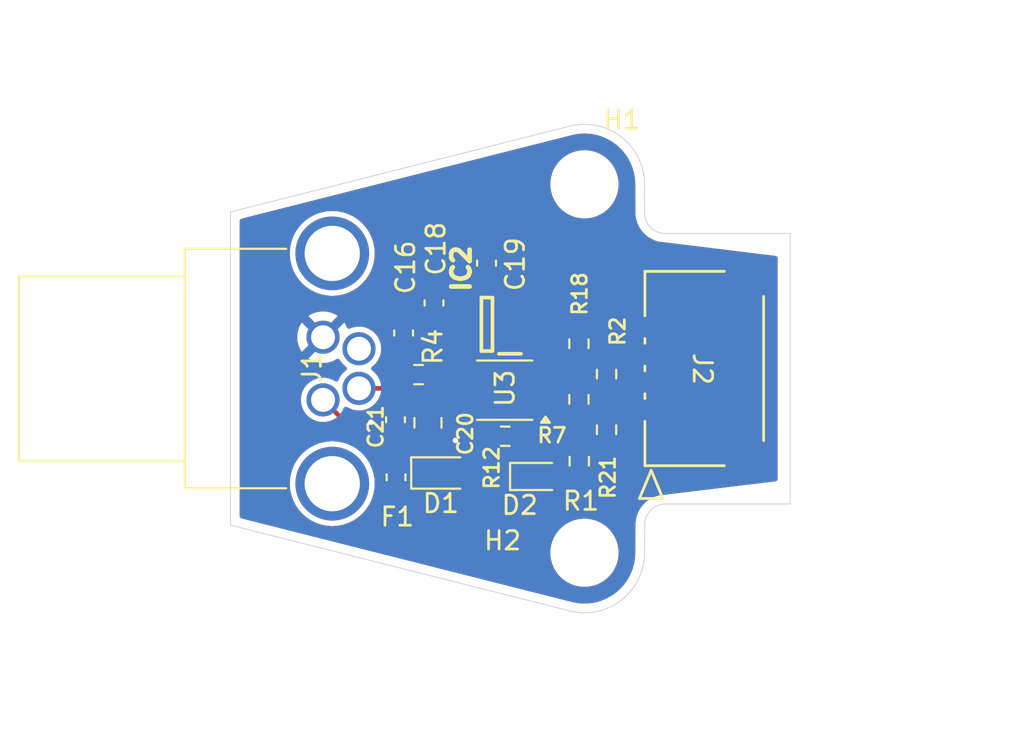
<source format=kicad_pcb>
(kicad_pcb (version 20240108) (generator "pcbnew") (generator_version "8.0")
  (layers (0 "F.Cu" signal) (31 "B.Cu" signal) (34 "B.Paste" user) (35 "F.Paste" user) (36 "B.SilkS" user "B.Silkscreen") (37 "F.SilkS" user "F.Silkscreen") (38 "B.Mask" user) (39 "F.Mask" user) (44 "Edge.Cuts" user))
  (net 0 "")
  (net 1 "+5V")
  (net 2 "GND")
  (net 3 "/Strain_out_f")
  (net 4 "/V_{x}")
  (net 5 "Net-(D2-A)")
  (net 6 "/V_{out,x}")
  (net 7 "/V_{ref}")
  (net 9 "Net-(R12-Pad1)")
  (net 10 "Net-(R12-Pad2)")
  (net 11 "/Strain_in_b")
  (net 12 "/Strain_out_b")
  (net 13 "/Strain_in_f")
  (net 14 "Net-(J1-Pin_1)")
  (footprint "Resistor_SMD:R_0603_1608Metric" (layer "F.Cu") (at 126 60.33 180)
    (property "Reference" "R4" (at -0.78 1.51 90) (layer "F.SilkS"))
    (property "Value" "5,6k")
    (fp_line (start -0.237258 0.5225) (end 0.237258 0.5225) (stroke (width 0.12)) (layer "F.SilkS"))
    (fp_line (start -0.237258 -0.5225) (end 0.237258 -0.5225) (stroke (width 0.12)) (layer "F.SilkS"))
    (pad "1" smd roundrect (at -0.825 0 180) (size 0.8 0.95) (layers "F.Cu" "F.Paste" "F.Mask") (net 6 "/V_{out,x}"))
    (pad "2" smd roundrect (at 0.825 0 180) (size 0.8 0.95) (layers "F.Cu" "F.Paste" "F.Mask") (net 4 "/V_{x}"))
  )
  (footprint "Resistor_SMD:R_0603_1608Metric" (layer "F.Cu") (at 134.7 58.65 90)
    (property "Reference" "R18" (at 2.7 0.04 90) (layer "F.SilkS") (effects (font (size 0.8 0.8))))
    (property "Value" "330")
    (fp_line (start -0.237258 -0.5225) (end 0.237258 -0.5225) (stroke (width 0.12)) (layer "F.SilkS"))
    (fp_line (start -0.237258 0.5225) (end 0.237258 0.5225) (stroke (width 0.12)) (layer "F.SilkS"))
    (pad "1" smd roundrect (at -0.825 0 90) (size 0.8 0.95) (layers "F.Cu" "F.Paste" "F.Mask") (net 12 "/Strain_out_b"))
    (pad "2" smd roundrect (at 0.825 0 90) (size 0.8 0.95) (layers "F.Cu" "F.Paste" "F.Mask") (net 2 "GND"))
  )
  (footprint "Resistor_SMD:R_0603_1608Metric" (layer "F.Cu") (at 134.72 65.03 -90)
    (property "Reference" "R1" (at 2.16 -0.09 180) (layer "F.SilkS"))
    (property "Value" "1k")
    (fp_line (start -0.237258 0.5225) (end 0.237258 0.5225) (stroke (width 0.12)) (layer "F.SilkS"))
    (fp_line (start -0.237258 -0.5225) (end 0.237258 -0.5225) (stroke (width 0.12)) (layer "F.SilkS"))
    (pad "1" smd roundrect (at -0.825 0 270) (size 0.8 0.95) (layers "F.Cu" "F.Paste" "F.Mask") (net 1 "+5V"))
    (pad "2" smd roundrect (at 0.825 0 270) (size 0.8 0.95) (layers "F.Cu" "F.Paste" "F.Mask") (net 5 "Net-(D2-A)"))
  )
  (footprint "Resistor_SMD:R_0603_1608Metric" (layer "F.Cu") (at 134.7 61.675 90)
    (property "Reference" "R7" (at -1.955 -1.46 180) (layer "F.SilkS") (effects (font (size 0.8 0.8))))
    (property "Value" "120")
    (fp_line (start -0.237258 -0.5225) (end 0.237258 -0.5225) (stroke (width 0.12)) (layer "F.SilkS"))
    (fp_line (start -0.237258 0.5225) (end 0.237258 0.5225) (stroke (width 0.12)) (layer "F.SilkS"))
    (pad "1" smd roundrect (at -0.825 0 90) (size 0.8 0.95) (layers "F.Cu" "F.Paste" "F.Mask") (net 13 "/Strain_in_f"))
    (pad "2" smd roundrect (at 0.825 0 90) (size 0.8 0.95) (layers "F.Cu" "F.Paste" "F.Mask") (net 11 "/Strain_in_b"))
  )
  (footprint "Capacitor_SMD:C_0603_1608Metric" (layer "F.Cu") (at 125.19 58.07 90)
    (property "Reference" "C16" (at 3.56 0.1 90) (layer "F.SilkS"))
    (property "Value" "1u")
    (fp_line (start -0.14058 -0.51) (end 0.14058 -0.51) (stroke (width 0.12)) (layer "F.SilkS"))
    (fp_line (start -0.14058 0.51) (end 0.14058 0.51) (stroke (width 0.12)) (layer "F.SilkS"))
    (pad "1" smd roundrect (at -0.775 0 90) (size 0.9 0.95) (layers "F.Cu" "F.Paste" "F.Mask") (net 4 "/V_{x}"))
    (pad "2" smd roundrect (at 0.775 0 90) (size 0.9 0.95) (layers "F.Cu" "F.Paste" "F.Mask") (net 2 "GND"))
  )
  (footprint "Resistor_SMD:R_0603_1608Metric" (layer "F.Cu") (at 136.2 63.325 90)
    (property "Reference" "R21" (at -2.585 0.07 90) (layer "F.SilkS") (effects (font (size 0.8 0.8))))
    (property "Value" "330")
    (fp_line (start -0.237258 -0.5225) (end 0.237258 -0.5225) (stroke (width 0.12)) (layer "F.SilkS"))
    (fp_line (start -0.237258 0.5225) (end 0.237258 0.5225) (stroke (width 0.12)) (layer "F.SilkS"))
    (pad "1" smd roundrect (at -0.825 0 90) (size 0.8 0.95) (layers "F.Cu" "F.Paste" "F.Mask") (net 1 "+5V"))
    (pad "2" smd roundrect (at 0.825 0 90) (size 0.8 0.95) (layers "F.Cu" "F.Paste" "F.Mask") (net 13 "/Strain_in_f"))
  )
  (footprint "Capacitor_SMD:C_0603_1608Metric" (layer "F.Cu") (at 129.69 54.28 90)
    (property "Reference" "C19" (at -0.06 1.55 90) (layer "F.SilkS"))
    (property "Value" "100n")
    (fp_line (start -0.14058 -0.51) (end 0.14058 -0.51) (stroke (width 0.12)) (layer "F.SilkS"))
    (fp_line (start -0.14058 0.51) (end 0.14058 0.51) (stroke (width 0.12)) (layer "F.SilkS"))
    (pad "1" smd roundrect (at -0.775 0 90) (size 0.9 0.95) (layers "F.Cu" "F.Paste" "F.Mask") (net 1 "+5V"))
    (pad "2" smd roundrect (at 0.775 0 90) (size 0.9 0.95) (layers "F.Cu" "F.Paste" "F.Mask") (net 2 "GND"))
  )
  (footprint "Capacitor_SMD:C_0603_1608Metric" (layer "F.Cu") (at 124.75 62.78 -90)
    (property "Reference" "C21" (at 0.38 1.07 90) (layer "F.SilkS") (effects (font (size 0.8 0.8))))
    (property "Value" "100n")
    (fp_line (start -0.14058 0.51) (end 0.14058 0.51) (stroke (width 0.12)) (layer "F.SilkS"))
    (fp_line (start -0.14058 -0.51) (end 0.14058 -0.51) (stroke (width 0.12)) (layer "F.SilkS"))
    (pad "1" smd roundrect (at -0.775 0 270) (size 0.9 0.95) (layers "F.Cu" "F.Paste" "F.Mask") (net 1 "+5V"))
    (pad "2" smd roundrect (at 0.775 0 270) (size 0.9 0.95) (layers "F.Cu" "F.Paste" "F.Mask") (net 2 "GND"))
  )
  (footprint "footprints:CON_5040500491" (layer "F.Cu") (at 138.62 62.25 -90)
    (property "Reference" "J2" (at -2.229652 -2.790001 -90) (layer "F.SilkS"))
    (property "Value" "Conn_01x04")
    (fp_line (start 4.802987 0.635) (end 3.278987 0) (stroke (width 0.1524)) (layer "F.SilkS"))
    (fp_line (start -7.524991 0.34) (end -5.120041 0.34) (stroke (width 0.1524)) (layer "F.SilkS"))
    (fp_line (start -3.879961 0.34) (end -3.620039 0.34) (stroke (width 0.1524)) (layer "F.SilkS"))
    (fp_line (start -2.379959 0.34) (end -2.12004 0.34) (stroke (width 0.1524)) (layer "F.SilkS"))
    (fp_line (start -0.87996 0.34) (end -0.62004 0.34) (stroke (width 0.1524)) (layer "F.SilkS"))
    (fp_line (start 0.62004 0.34) (end 3.024988 0.34) (stroke (width 0.1524)) (layer "F.SilkS"))
    (fp_line (start 3.024988 0.34) (end 3.024988 -3.96996) (stroke (width 0.1524)) (layer "F.SilkS"))
    (fp_line (start 3.278987 0) (end 4.802987 -0.635) (stroke (width 0.1524)) (layer "F.SilkS"))
    (fp_line (start 4.802987 -0.635) (end 4.802987 0.635) (stroke (width 0.1524)) (layer "F.SilkS"))
    (fp_line (start -7.524991 -3.96996) (end -7.524991 0.34) (stroke (width 0.1524)) (layer "F.SilkS"))
    (fp_line (start 1.660115 -6.1) (end -6.160116 -6.1) (stroke (width 0.1524)) (layer "F.SilkS"))
    (pad "1" smd rect (at 0 0 270) (size 0.6 1) (layers "F.Cu" "F.Paste" "F.Mask") (net 13 "/Strain_in_f"))
    (pad "2" smd rect (at -1.5 0 270) (size 0.6 1) (layers "F.Cu" "F.Paste" "F.Mask") (net 3 "/Strain_out_f"))
    (pad "3" smd rect (at -2.999999 0 270) (size 0.6 1) (layers "F.Cu" "F.Paste" "F.Mask") (net 12 "/Strain_out_b"))
    (pad "4" smd rect (at -4.500001 0 270) (size 0.6 1) (layers "F.Cu" "F.Paste" "F.Mask") (net 11 "/Strain_in_b"))
    (pad "5" smd rect (at 2.604999 -5.19 270) (size 1.25 1.8) (layers "F.Cu" "F.Paste" "F.Mask"))
    (pad "6" smd rect (at -7.105 -5.19 270) (size 1.25 1.8) (layers "F.Cu" "F.Paste" "F.Mask"))
  )
  (footprint "Diode_SMD:D_SOD-323" (layer "F.Cu") (at 127.2125 65.67)
    (property "Reference" "D1" (at -0.0025 1.65 0) (layer "F.SilkS"))
    (property "Value" "BZX384-C6V2,115")
    (fp_line (start -1.61 -0.85) (end -1.61 0.85) (stroke (width 0.12)) (layer "F.SilkS"))
    (fp_line (start -1.61 -0.85) (end 1.05 -0.85) (stroke (width 0.12)) (layer "F.SilkS"))
    (fp_line (start -1.61 0.85) (end 1.05 0.85) (stroke (width 0.12)) (layer "F.SilkS"))
    (pad "1" smd roundrect (at -1.05 0) (size 0.8 0.6) (layers "F.Cu" "F.Paste" "F.Mask") (net 1 "+5V"))
    (pad "2" smd roundrect (at 1.05 0) (size 0.8 0.6) (layers "F.Cu" "F.Paste" "F.Mask") (net 2 "GND"))
  )
  (footprint "LED_SMD:LED_0603_1608Metric" (layer "F.Cu") (at 132.45 65.86)
    (property "Reference" "D2" (at -0.96 1.56 0) (layer "F.SilkS"))
    (property "Value" "LED")
    (fp_line (start -1.485 -0.735) (end -1.485 0.735) (stroke (width 0.12)) (layer "F.SilkS"))
    (fp_line (start -1.485 0.735) (end 0.8 0.735) (stroke (width 0.12)) (layer "F.SilkS"))
    (fp_line (start 0.8 -0.735) (end -1.485 -0.735) (stroke (width 0.12)) (layer "F.SilkS"))
    (pad "1" smd roundrect (at -0.7875 0) (size 0.875 0.95) (layers "F.Cu" "F.Paste" "F.Mask") (net 2 "GND"))
    (pad "2" smd roundrect (at 0.7875 0) (size 0.875 0.95) (layers "F.Cu" "F.Paste" "F.Mask") (net 5 "Net-(D2-A)"))
  )
  (footprint "Fuse:Fuse_0603_1608Metric" (layer "F.Cu") (at 124.78 65.9 -90)
    (property "Reference" "F1" (at 2.15 -0.07 180) (layer "F.SilkS"))
    (property "Value" "120mA")
    (fp_line (start -0.162779 0.51) (end 0.162779 0.51) (stroke (width 0.12)) (layer "F.SilkS"))
    (fp_line (start -0.162779 -0.51) (end 0.162779 -0.51) (stroke (width 0.12)) (layer "F.SilkS"))
    (pad "1" smd roundrect (at -0.7875 0 270) (size 0.875 0.95) (layers "F.Cu" "F.Paste" "F.Mask") (net 14 "Net-(J1-Pin_1)"))
    (pad "2" smd roundrect (at 0.7875 0 270) (size 0.875 0.95) (layers "F.Cu" "F.Paste" "F.Mask") (net 1 "+5V"))
  )
  (footprint "Resistor_SMD:R_0603_1608Metric" (layer "F.Cu") (at 136.2 60.3 90)
    (property "Reference" "R2" (at 2.32 0.6 90) (layer "F.SilkS") (effects (font (size 0.8 0.8) (thickness 0.15) (bold yes))))
    (property "Value" "120")
    (fp_line (start -0.237258 -0.5225) (end 0.237258 -0.5225) (stroke (width 0.12)) (layer "F.SilkS"))
    (fp_line (start -0.237258 0.5225) (end 0.237258 0.5225) (stroke (width 0.12)) (layer "F.SilkS"))
    (pad "1" smd roundrect (at -0.825 0 90) (size 0.8 0.95) (layers "F.Cu" "F.Paste" "F.Mask") (net 3 "/Strain_out_f"))
    (pad "2" smd roundrect (at 0.825 0 90) (size 0.8 0.95) (layers "F.Cu" "F.Paste" "F.Mask") (net 12 "/Strain_out_b"))
  )
  (footprint "FaSTTUBe_connectors:M8_718_4pin_horizontal" (layer "F.Cu") (at 120.82 60 -90)
    (property "Reference" "J1" (at -0.03 0.6 90) (layer "F.SilkS"))
    (property "Value" "Conn_01x03")
    (fp_line (start -5 16.5) (end -5 7.5) (stroke (width 0.12)) (layer "F.SilkS"))
    (fp_line (start 5 16.5) (end -5 16.5) (stroke (width 0.12)) (layer "F.SilkS"))
    (fp_line (start -6.5 7.5) (end -6.5 2) (stroke (width 0.12)) (layer "F.SilkS"))
    (fp_line (start 5 7.5) (end 5 16.5) (stroke (width 0.12)) (layer "F.SilkS"))
    (fp_line (start 6.5 7.5) (end -6.5 7.5) (stroke (width 0.12)) (layer "F.SilkS"))
    (fp_line (start 6.5 2) (end 6.5 7.5) (stroke (width 0.12)) (layer "F.SilkS"))
    (pad "1" thru_hole circle (at 1.7 0 270) (size 1.8 1.8) (drill 1.3) (layers "*.Cu" "*.Mask") (net 14 "Net-(J1-Pin_1)"))
    (pad "2" thru_hole circle (at 1.075 -1.95 270) (size 1.8 1.8) (drill 1.3) (layers "*.Cu" "*.Mask") (net 4 "/V_{x}"))
    (pad "3" thru_hole circle (at -1.7 0 270) (size 1.8 1.8) (drill 1.3) (layers "*.Cu" "*.Mask") (net 2 "GND"))
    (pad "4" thru_hole circle (at -1.075 -1.95 270) (size 1.8 1.8) (drill 1.3) (layers "*.Cu" "*.Mask"))
    (pad "5" thru_hole circle (at -6.25 -0.5 270) (size 4 4) (drill 3) (layers "*.Cu" "*.Mask"))
    (pad "5" thru_hole circle (at 6.25 -0.5 270) (size 4 4) (drill 3) (layers "*.Cu" "*.Mask"))
  )
  (footprint "Capacitor_SMD:C_0805_2012Metric" (layer "F.Cu") (at 126.51 62.95 -90)
    (property "Reference" "C20" (at 0.59 -2.03 90) (layer "F.SilkS") (effects (font (size 0.8 0.8))))
    (property "Value" "10µ")
    (fp_line (start -0.261252 0.735) (end 0.261252 0.735) (stroke (width 0.12)) (layer "F.SilkS"))
    (fp_line (start -0.261252 -0.735) (end 0.261252 -0.735) (stroke (width 0.12)) (layer "F.SilkS"))
    (pad "1" smd roundrect (at -0.95 0 270) (size 1 1.45) (layers "F.Cu" "F.Paste" "F.Mask") (net 1 "+5V"))
    (pad "2" smd roundrect (at 0.95 0 270) (size 1 1.45) (layers "F.Cu" "F.Paste" "F.Mask") (net 2 "GND"))
  )
  (footprint "Resistor_SMD:R_0603_1608Metric" (layer "F.Cu") (at 130.7 63.675 180)
    (property "Reference" "R12" (at 0.73 -1.715 90) (layer "F.SilkS") (effects (font (size 0.8 0.8))))
    (property "Value" "100")
    (fp_line (start -0.237258 0.5225) (end 0.237258 0.5225) (stroke (width 0.12)) (layer "F.SilkS"))
    (fp_line (start -0.237258 -0.5225) (end 0.237258 -0.5225) (stroke (width 0.12)) (layer "F.SilkS"))
    (pad "1" smd roundrect (at -0.825 0 180) (size 0.8 0.95) (layers "F.Cu" "F.Paste" "F.Mask") (net 9 "Net-(R12-Pad1)"))
    (pad "2" smd roundrect (at 0.825 0 180) (size 0.8 0.95) (layers "F.Cu" "F.Paste" "F.Mask") (net 10 "Net-(R12-Pad2)"))
  )
  (footprint "MountingHole:MountingHole_3.2mm_M3_DIN965" (layer "F.Cu") (at 135 50)
    (property "Reference" "H1" (at 2.03 -3.5 0) (layer "F.SilkS"))
    (property "Value" "MountingHole")
    (pad "" np_thru_hole circle (at 0 0) (size 3.2 3.2) (drill 3.2) (layers "*.Cu" "*.Mask"))
  )
  (footprint "Package_SO:MSOP-8_3x3mm_P0.65mm" (layer "F.Cu") (at 130.675 61.175 180)
    (property "Reference" "U3" (at -0.0125 0.1 90) (layer "F.SilkS"))
    (property "Value" "AD623ARMZ")
    (fp_line (start 0 1.61) (end 1.5 1.61) (stroke (width 0.12)) (layer "F.SilkS"))
    (fp_line (start 0 1.61) (end -1.5 1.61) (stroke (width 0.12)) (layer "F.SilkS"))
    (fp_line (start 0 -1.61) (end 1.5 -1.61) (stroke (width 0.12)) (layer "F.SilkS"))
    (fp_line (start 0 -1.61) (end -1.5 -1.61) (stroke (width 0.12)) (layer "F.SilkS"))
    (fp_poly (pts (xy -2.2125 -1.435) (xy -2.4525 -1.765) (xy -1.9725 -1.765) (xy -2.2125 -1.435)) (stroke (width 0.12)) (fill solid) (layer "F.SilkS"))
    (pad "1" smd roundrect (at -2.1125 -0.975 180) (size 1.625 0.4) (layers "F.Cu" "F.Paste" "F.Mask") (net 9 "Net-(R12-Pad1)"))
    (pad "2" smd roundrect (at -2.1125 -0.325 180) (size 1.625 0.4) (layers "F.Cu" "F.Paste" "F.Mask") (net 3 "/Strain_out_f"))
    (pad "3" smd roundrect (at -2.1125 0.325 180) (size 1.625 0.4) (layers "F.Cu" "F.Paste" "F.Mask") (net 11 "/Strain_in_b"))
    (pad "4" smd roundrect (at -2.1125 0.975 180) (size 1.625 0.4) (layers "F.Cu" "F.Paste" "F.Mask") (net 2 "GND"))
    (pad "5" smd roundrect (at 2.1125 0.975 180) (size 1.625 0.4) (layers "F.Cu" "F.Paste" "F.Mask") (net 7 "/V_{ref}"))
    (pad "6" smd roundrect (at 2.1125 0.325 180) (size 1.625 0.4) (layers "F.Cu" "F.Paste" "F.Mask") (net 6 "/V_{out,x}"))
    (pad "7" smd roundrect (at 2.1125 -0.325 180) (size 1.625 0.4) (layers "F.Cu" "F.Paste" "F.Mask") (net 1 "+5V"))
    (pad "8" smd roundrect (at 2.1125 -0.975 180) (size 1.625 0.4) (layers "F.Cu" "F.Paste" "F.Mask") (net 10 "Net-(R12-Pad2)"))
  )
  (footprint "Capacitor_SMD:C_0603_1608Metric" (layer "F.Cu") (at 126.84 56.44 90)
    (property "Reference" "C18" (at 2.94 0.1 90) (layer "F.SilkS"))
    (property "Value" "1µ")
    (fp_line (start -0.14058 -0.51) (end 0.14058 -0.51) (stroke (width 0.12)) (layer "F.SilkS"))
    (fp_line (start -0.14058 0.51) (end 0.14058 0.51) (stroke (width 0.12)) (layer "F.SilkS"))
    (pad "1" smd roundrect (at -0.775 0 90) (size 0.9 0.95) (layers "F.Cu" "F.Paste" "F.Mask") (net 7 "/V_{ref}"))
    (pad "2" smd roundrect (at 0.775 0 90) (size 0.9 0.95) (layers "F.Cu" "F.Paste" "F.Mask") (net 2 "GND"))
  )
  (footprint "SLS:SOT95P280X145-6N" (layer "F.Cu") (at 129.71 57.6 180)
    (property "Reference" "IC2" (at 1.39 3.03 -90) (layer "F.SilkS") (effects (font (thickness 0.25))))
    (property "Value" "REF35250QDBVR" (hide yes))
    (fp_line (start 0.3 1.45) (end -0.3 1.45) (stroke (width 0.2)) (layer "F.SilkS"))
    (fp_line (start 0.3 -1.45) (end 0.3 1.45) (stroke (width 0.2)) (layer "F.SilkS"))
    (fp_line (start -0.3 1.45) (end -0.3 -1.45) (stroke (width 0.2)) (layer "F.SilkS"))
    (fp_line (start -0.3 -1.45) (end 0.3 -1.45) (stroke (width 0.2)) (layer "F.SilkS"))
    (fp_line (start -1.85 -1.6) (end -0.65 -1.6) (stroke (width 0.2)) (layer "F.SilkS"))
    (pad "1" smd rect (at -1.25 -0.95 270) (size 0.6 1.2) (layers "F.Cu" "F.Paste" "F.Mask") (net 2 "GND"))
    (pad "2" smd rect (at -1.25 0 270) (size 0.6 1.2) (layers "F.Cu" "F.Paste" "F.Mask") (net 2 "GND"))
    (pad "3" smd rect (at -1.25 0.95 270) (size 0.6 1.2) (layers "F.Cu" "F.Paste" "F.Mask") (net 1 "+5V"))
    (pad "4" smd rect (at 1.25 0.95 270) (size 0.6 1.2) (layers "F.Cu" "F.Paste" "F.Mask") (net 1 "+5V"))
    (pad "5" smd rect (at 1.25 0 270) (size 0.6 1.2) (layers "F.Cu" "F.Paste" "F.Mask"))
    (pad "6" smd rect (at 1.25 -0.95 270) (size 0.6 1.2) (layers "F.Cu" "F.Paste" "F.Mask") (net 7 "/V_{ref}"))
  )
  (footprint "MountingHole:MountingHole_3.2mm_M3_DIN965" (layer "F.Cu") (at 135 70)
    (property "Reference" "H2" (at -4.44 -0.66 0) (layer "F.SilkS"))
    (property "Value" "MountingHole")
    (pad "" np_thru_hole circle (at 0 0) (size 3.2 3.2) (drill 3.2) (layers "*.Cu" "*.Mask"))
  )
  (gr_line (start 138.258135 50) (end 138.260001 51.520252) (stroke (width 0.05)) (layer "Edge.Cuts"))
  (gr_arc (start 134.30017 46.817912) (mid 137.041483 47.460749) (end 138.258135 50) (stroke (width 0.05)) (layer "Edge.Cuts"))
  (gr_line (start 115.8 51.5) (end 134.30017 46.817912) (stroke (width 0.05)) (layer "Edge.Cuts"))
  (gr_line (start 139.358906 52.67) (end 146.16 52.67) (stroke (width 0.05)) (layer "Edge.Cuts"))
  (gr_arc (start 138.258135 70) (mid 137.041483 72.53925) (end 134.30017 73.182088) (stroke (width 0.05)) (layer "Edge.Cuts"))
  (gr_line (start 115.8 68.5) (end 134.3 73.182863) (stroke (width 0.05)) (layer "Edge.Cuts"))
  (gr_line (start 115.8 51.5) (end 115.8 68.5) (stroke (width 0.05)) (layer "Edge.Cuts"))
  (gr_line (start 138.258135 70) (end 138.270001 68.5) (stroke (width 0.05)) (layer "Edge.Cuts"))
  (gr_arc (start 139.358906 52.67) (mid 138.572985 52.321138) (end 138.260001 51.520252) (stroke (width 0.05)) (layer "Edge.Cuts"))
  (gr_line (start 146.16 67.350252) (end 146.16 52.67) (stroke (width 0.05)) (layer "Edge.Cuts"))
  (gr_arc (start 138.270001 68.5) (mid 138.582984 67.699114) (end 139.368906 67.350252) (stroke (width 0.05)) (layer "Edge.Cuts"))
  (gr_line (start 139.368906 67.350252) (end 146.16 67.350252) (stroke (width 0.05)) (layer "Edge.Cuts"))
  (segment (start 136.2 64.15) (end 134.775 64.15) (width 0.25) (layer "F.Cu") (net 1))
  (segment (start 126.51 62) (end 124.755 62) (width 0.25) (layer "F.Cu") (net 1))
  (segment (start 130.248004 64.725) (end 130.273004 64.7) (width 0.25) (layer "F.Cu") (net 1))
  (segment (start 124.78 66.6875) (end 125.145 66.6875) (width 0.25) (layer "F.Cu") (net 1))
  (segment (start 127.01 61.5) (end 126.51 62) (width 0.25) (layer "F.Cu") (net 1))
  (segment (start 130.71 64.263004) (end 130.71 62.48) (width 0.25) (layer "F.Cu") (net 1))
  (segment (start 128.5625 61.5) (end 129.73 61.5) (width 0.25) (layer "F.Cu") (net 1))
  (segment (start 130.71 62.48) (end 130.71 59.175) (width 0.25) (layer "F.Cu") (net 1))
  (segment (start 127.1075 64.725) (end 130.248004 64.725) (width 0.25) (layer "F.Cu") (net 1))
  (segment (start 129.73 61.5) (end 130.71 62.48) (width 0.25) (layer "F.Cu") (net 1))
  (segment (start 134.775 64.15) (end 134.72 64.205) (width 0.25) (layer "F.Cu") (net 1))
  (segment (start 129.69 58.83) (end 129.69 55.055) (width 0.25) (layer "F.Cu") (net 1))
  (segment (start 130.96 56.65) (end 130.96 56.325) (width 0.25) (layer "F.Cu") (net 1))
  (segment (start 124.755 62) (end 124.75 62.005) (width 0.25) (layer "F.Cu") (net 1))
  (segment (start 130.96 56.325) (end 129.69 55.055) (width 0.25) (layer "F.Cu") (net 1))
  (segment (start 134.195 64.73) (end 130.303004 64.73) (width 0.25) (layer "F.Cu") (net 1))
  (segment (start 130.273004 64.7) (end 130.71 64.263004) (width 0.25) (layer "F.Cu") (net 1))
  (segment (start 126.1625 65.67) (end 127.1075 64.725) (width 0.25) (layer "F.Cu") (net 1))
  (segment (start 130.71 59.175) (end 130.035 59.175) (width 0.25) (layer "F.Cu") (net 1))
  (segment (start 128.46 56.65) (end 128.46 56.285) (width 0.25) (layer "F.Cu") (net 1))
  (segment (start 128.46 56.285) (end 129.69 55.055) (width 0.25) (layer "F.Cu") (net 1))
  (segment (start 125.145 66.6875) (end 126.1625 65.67) (width 0.25) (layer "F.Cu") (net 1))
  (segment (start 130.035 59.175) (end 129.69 58.83) (width 0.25) (layer "F.Cu") (net 1))
  (segment (start 128.5625 61.5) (end 127.01 61.5) (width 0.25) (layer "F.Cu") (net 1))
  (segment (start 134.72 64.205) (end 134.195 64.73) (width 0.25) (layer "F.Cu") (net 1))
  (segment (start 124.75 63.555) (end 124.065 63.555) (width 0.25) (layer "F.Cu") (net 2))
  (segment (start 124.065 63.555) (end 123.42 62.91) (width 0.25) (layer "F.Cu") (net 2))
  (segment (start 126.51 63.9) (end 128 63.9) (width 0.25) (layer "F.Cu") (net 2))
  (via (at 128 63.9) (size 0.6) (drill 0.3) (layers "F.Cu" "B.Cu") (net 2))
  (via (at 123.42 62.91) (size 0.6) (drill 0.3) (layers "F.Cu" "B.Cu") (net 2))
  (segment (start 136.2 61.125) (end 138.495 61.125) (width 0.25) (layer "F.Cu") (net 3))
  (segment (start 138.495 61.125) (end 138.62 61) (width 0.25) (layer "F.Cu") (net 3))
  (segment (start 133.553812 61.5) (end 133.728812 61.675) (width 0.25) (layer "F.Cu") (net 3))
  (segment (start 132.7875 61.5) (end 133.553812 61.5) (width 0.25) (layer "F.Cu") (net 3))
  (segment (start 135.65 61.675) (end 136.2 61.125) (width 0.25) (layer "F.Cu") (net 3))
  (segment (start 133.728812 61.675) (end 135.65 61.675) (width 0.25) (layer "F.Cu") (net 3))
  (segment (start 125.175 60.33) (end 125.175 58.86) (width 0.25) (layer "F.Cu") (net 4))
  (segment (start 125.175 58.86) (end 125.19 58.845) (width 0.25) (layer "F.Cu") (net 4))
  (segment (start 124.43 61.075) (end 125.175 60.33) (width 0.25) (layer "F.Cu") (net 4))
  (segment (start 122.77 61.075) (end 124.43 61.075) (width 0.25) (layer "F.Cu") (net 4))
  (segment (start 133.2425 65.855) (end 133.2375 65.86) (width 0.25) (layer "F.Cu") (net 5))
  (segment (start 134.72 65.855) (end 133.2425 65.855) (width 0.25) (layer "F.Cu") (net 5))
  (segment (start 127.345 60.85) (end 126.825 60.33) (width 0.25) (layer "F.Cu") (net 6))
  (segment (start 128.5625 60.85) (end 127.345 60.85) (width 0.25) (layer "F.Cu") (net 6))
  (segment (start 127.86 58.55) (end 128.46 58.55) (width 0.25) (layer "F.Cu") (net 7))
  (segment (start 128.46 58.55) (end 128.46 60.0975) (width 0.25) (layer "F.Cu") (net 7))
  (segment (start 126.84 57.53) (end 127.86 58.55) (width 0.25) (layer "F.Cu") (net 7))
  (segment (start 126.84 57.215) (end 126.84 57.53) (width 0.25) (layer "F.Cu") (net 7))
  (segment (start 128.46 60.0975) (end 128.5625 60.2) (width 0.25) (layer "F.Cu") (net 7))
  (segment (start 131.525 63.675) (end 131.525 63.4125) (width 0.25) (layer "F.Cu") (net 9))
  (segment (start 131.525 63.4125) (end 132.7875 62.15) (width 0.25) (layer "F.Cu") (net 9))
  (segment (start 131.475 63.7) (end 131.475 63.4625) (width 0.25) (layer "F.Cu") (net 9))
  (segment (start 129.875 63.675) (end 129.875 63.4625) (width 0.25) (layer "F.Cu") (net 10))
  (segment (start 129.875 63.4625) (end 128.5625 62.15) (width 0.25) (layer "F.Cu") (net 10))
  (segment (start 132.7875 60.85) (end 134.7 60.85) (width 0.25) (layer "F.Cu") (net 11))
  (segment (start 137.919999 58.45) (end 135.74 58.45) (width 0.25) (layer "F.Cu") (net 11))
  (segment (start 134.201996 58.75) (end 133.851906 59.10009) (width 0.25) (layer "F.Cu") (net 11))
  (segment (start 135.44 58.75) (end 134.201996 58.75) (width 0.25) (layer "F.Cu") (net 11))
  (segment (start 134.7 60.7) (end 134.7 60.85) (width 0.25) (layer "F.Cu") (net 11))
  (segment (start 133.851906 59.10009) (end 133.851906 59.851906) (width 0.25) (layer "F.Cu") (net 11))
  (segment (start 138.62 57.749999) (end 137.919999 58.45) (width 0.25) (layer "F.Cu") (net 11))
  (segment (start 135.74 58.45) (end 135.44 58.75) (width 0.25) (layer "F.Cu") (net 11))
  (segment (start 133.851906 59.851906) (end 134.7 60.7) (width 0.25) (layer "F.Cu") (net 11))
  (segment (start 138.62 59.500001) (end 136.225001 59.500001) (width 0.25) (layer "F.Cu") (net 12))
  (segment (start 136.2 59.475) (end 134.7 59.475) (width 0.25) (layer "F.Cu") (net 12))
  (segment (start 136.225001 59.500001) (end 136.2 59.475) (width 0.25) (layer "F.Cu") (net 12))
  (segment (start 136.2 62.5) (end 134.7 62.5) (width 0.25) (layer "F.Cu") (net 13))
  (segment (start 138.62 62.5) (end 136.2 62.5) (width 0.25) (layer "F.Cu") (net 13))
  (segment (start 124.2325 65.1125) (end 124.78 65.1125) (width 0.25) (layer "F.Cu") (net 14))
  (segment (start 120.82 61.7) (end 124.2325 65.1125) (width 0.25) (layer "F.Cu") (net 14))
  (zone (net 2) (net_name "GND") (layer "F.Cu") (connect_pads (clearance 0.3)) (min_thickness 0.25) (fill yes (thermal_gap 0.5) (thermal_bridge_width 0.5))
    (polygon (pts (xy 148.28 75.07) (xy 113.47 75.01) (xy 113.6 43.84) (xy 148.9 44.34)))
  )
  (zone (net 2) (net_name "GND") (layer "B.Cu") (priority 1) (connect_pads (clearance 0.3)) (min_thickness 0.25) (fill yes (thermal_gap 0.5) (thermal_bridge_width 0.5))
    (polygon (pts (xy 148.28 75.07) (xy 113.47 75.01) (xy 113.6 43.84) (xy 148.9 44.34)))
  )
)
</source>
